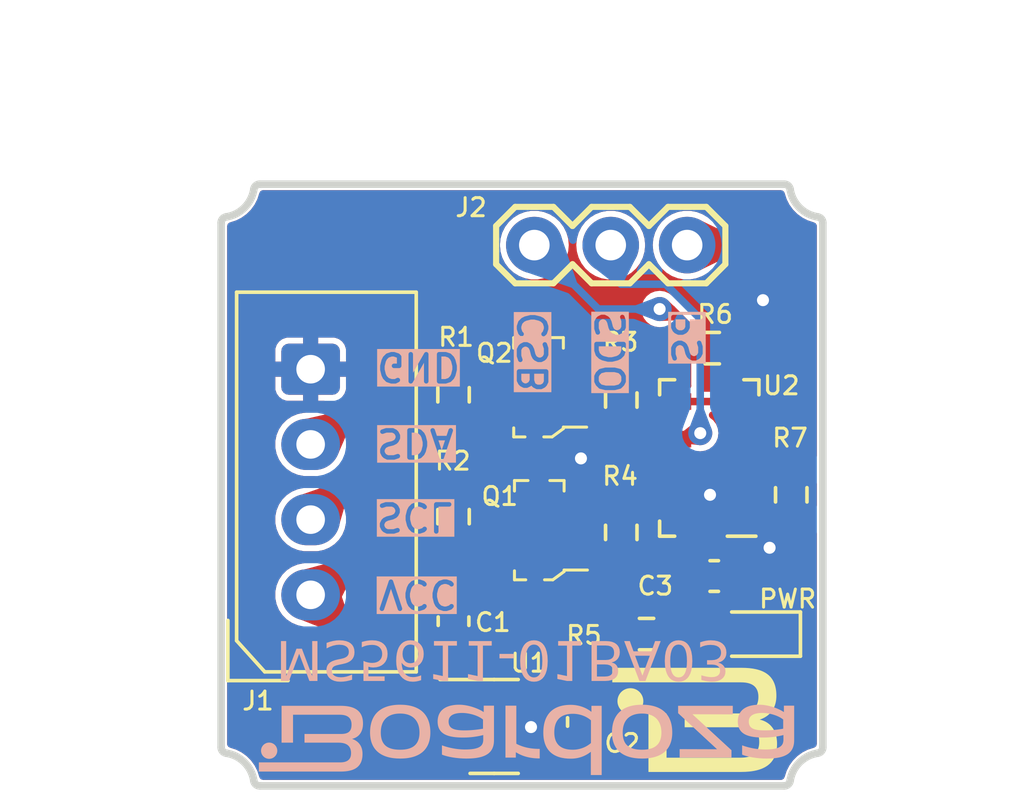
<source format=kicad_pcb>
(kicad_pcb (version 20240108) (generator "pcbnew") (generator_version "8.0")
  (layers (0 "F.Cu" signal) (31 "B.Cu" signal) (34 "B.Paste" user) (35 "F.Paste" user) (36 "B.SilkS" user "B.Silkscreen") (37 "F.SilkS" user "F.Silkscreen") (38 "B.Mask" user) (39 "F.Mask" user) (44 "Edge.Cuts" user))
  (net 0 "")
  (net 1 "+3V3")
  (net 2 "GND")
  (net 3 "VCC")
  (net 4 "SCL")
  (net 5 "SDA")
  (net 6 "PS")
  (net 7 "SDO")
  (net 8 "CSB")
  (net 9 "SCL_3.3")
  (net 10 "SDA_3.3")
  (net 12 "Net-(D1-A)")
  (footprint "Capacitor_SMD:C_0603_1608Metric" (layer "F.Cu") (at 165.175 107.85 90)
    (property "Reference" "C1")
    (property "Value" "1uF" (hide yes))
  )
  (footprint "Resistor_SMD:R_0603_1608Metric" (layer "F.Cu") (at 165.175 104.375 -90)
    (property "Reference" "R2")
    (property "Value" "10K" (hide yes))
  )
  (footprint "Resistor_SMD:R_0603_1608Metric" (layer "F.Cu") (at 171.59 108.28)
    (property "Reference" "R5")
    (property "Value" "10K" (hide yes))
  )
  (footprint "digikey-footprints:SOT-23-3" (layer "F.Cu") (at 168.025 104.825 180)
    (property "Reference" "Q1")
    (property "Value" "2N7002_R1_00001" (hide yes))
  )
  (footprint "Fiducial:Fiducial_0.5mm_Mask1mm" (layer "F.Cu") (at 159.53 111.7)
    (property "Reference" "REF**" (hide yes))
    (property "Value" "Fiducial_0.5mm_Mask1mm" (hide yes))
  )
  (footprint "Resistor_SMD:R_0603_1608Metric" (layer "F.Cu") (at 170.75 104.9 90)
    (property "Reference" "R4")
    (property "Value" "10K" (hide yes))
  )
  (footprint "Capacitor_SMD:C_0603_1608Metric" (layer "F.Cu") (at 169.475 111.2 -90)
    (property "Reference" "C2")
    (property "Value" "1uF" (hide yes))
  )
  (footprint "digikey-footprints:SOT-23-3" (layer "F.Cu") (at 168 100.075 180)
    (property "Reference" "Q2")
    (property "Value" "2N7002_R1_00001" (hide yes))
  )
  (footprint "others:2317-04S_1x04_P2.50mm_Vertical" (layer "F.Cu") (at 160.425 106.975 90)
    (property "Reference" "J1")
    (property "Value" "MOLEX_CONNECTOR_1X4" (hide yes))
  )
  (footprint "Resistor_SMD:R_0603_1608Metric" (layer "F.Cu") (at 165.175 100.325 90)
    (property "Reference" "R1")
    (property "Value" "10K" (hide yes))
  )
  (footprint "Resistor_SMD:R_0603_1608Metric" (layer "F.Cu") (at 170.75 100.5 90)
    (property "Reference" "R3")
    (property "Value" "10K" (hide yes))
  )
  (footprint "Connectors:1X03" (layer "F.Cu") (at 172.94 95.35 180)
    (property "Reference" "J2")
    (property "Value" "CONN_03" (hide yes))
  )
  (footprint "LED_SMD:LED_0603_1608Metric" (layer "F.Cu") (at 175.22 108.28 180)
    (property "Reference" "PWR")
    (property "Value" "LED POWER" (hide yes))
  )
  (footprint "Resistor_SMD:R_0603_1608Metric" (layer "F.Cu") (at 173.775 98.775)
    (property "Reference" "R6")
    (property "Value" "10K" (hide yes))
  )
  (footprint "Resistor_SMD:R_0603_1608Metric" (layer "F.Cu") (at 176.4 103.65 -90)
    (property "Reference" "R7")
    (property "Value" "10K" (hide yes))
  )
  (footprint "Package_TO_SOT_SMD:SOT-23-5" (layer "F.Cu") (at 166.525 111.35)
    (property "Reference" "U1")
    (property "Value" "TLV73333PDBVR" (hide yes))
  )
  (footprint "Package_LGA:LGA-8_3x5mm_P1.25mm" (layer "F.Cu") (at 173.675 102.425 180)
    (property "Reference" "U2")
    (property "Value" "MS5611-01BA" (hide yes))
  )
  (footprint "Capacitor_SMD:C_0603_1608Metric" (layer "F.Cu") (at 173.84 106.35 180)
    (property "Reference" "C3")
    (property "Value" "100nF" (hide yes))
  )
  (footprint "Fiducial:Fiducial_0.5mm_Mask1mm" (layer "F.Cu") (at 175.55 94.38)
    (property "Reference" "REF**" (hide yes))
    (property "Value" "Fiducial_0.5mm_Mask1mm" (hide yes))
  )
  (gr_poly (pts (xy 165.606593 112.416529) (xy 165.723452 112.414243) (xy 165.778585 112.411378) (xy 165.831549 112.407359) (xy 165.882364 112.402179) (xy 165.931053 112.395835) (xy 165.977636 112.388321) (xy 166.022134 112.379632) (xy 166.064568 112.369762) (xy 166.104959 112.358708) (xy 166.143329 112.346463) (xy 166.179698 112.333022) (xy 166.214087 112.318381) (xy 166.246518 112.302535) (xy 166.277012 112.285477) (xy 166.305589 112.267204) (xy 166.332271 112.24771) (xy 166.357079 112.226991) (xy 166.380034 112.20504) (xy 166.401157 112.181853) (xy 166.420469 112.157425) (xy 166.437991 112.13175) (xy 166.453744 112.104824) (xy 166.46775 112.076642) (xy 166.480029 112.047198) (xy 166.490602 112.016488) (xy 166.499491 111.984506) (xy 166.506717 111.951246) (xy 166.5123 111.916706) (xy 166.516261 111.880878) (xy 166.518623 111.843758) (xy 166.519406 111.805341) (xy 166.519406 110.658372) (xy 166.178093 110.658372) (xy 166.178093 110.872686) (xy 166.144843 110.850956) (xy 166.107803 110.829068) (xy 166.067274 110.807239) (xy 166.02356 110.785684) (xy 165.976962 110.764616) (xy 165.927783 110.744252) (xy 165.876325 110.724807) (xy 165.82289 110.706495) (xy 165.767781 110.689532) (xy 165.7113 110.674132) (xy 165.65375 110.660512) (xy 165.595431 110.648886) (xy 165.536648 110.639469) (xy 165.477702 110.632476) (xy 165.418896 110.628122) (xy 165.360531 110.626624) (xy 165.295608 110.628068) (xy 165.230702 110.6326) (xy 165.166389 110.640515) (xy 165.103245 110.65211) (xy 165.07229 110.65938) (xy 165.041844 110.667682) (xy 165.011978 110.677052) (xy 164.982763 110.687527) (xy 164.954273 110.699144) (xy 164.926578 110.711941) (xy 164.899751 110.725954) (xy 164.873863 110.741221) (xy 164.848987 110.757778) (xy 164.825195 110.775664) (xy 164.802557 110.794913) (xy 164.781148 110.815565) (xy 164.761037 110.837656) (xy 164.742298 110.861222) (xy 164.725003 110.886302) (xy 164.709222 110.912932) (xy 164.695028 110.941148) (xy 164.682494 110.970989) (xy 164.67169 111.002491) (xy 164.66269 111.035692) (xy 164.655564 111.070628) (xy 164.650385 111.107336) (xy 164.647225 111.145854) (xy 164.646261 111.182248) (xy 165.01128 111.182248) (xy 165.011733 111.165029) (xy 165.01309 111.148345) (xy 165.015348 111.132197) (xy 165.018505 111.116586) (xy 165.022556 111.101513) (xy 165.0275 111.086979) (xy 165.033334 111.072983) (xy 165.040054 111.059528) (xy 165.047658 111.046613) (xy 165.056142 111.03424) (xy 165.065504 111.022408) (xy 165.075742 111.01112) (xy 165.086851 111.000375) (xy 165.098829 110.990175) (xy 165.111674 110.980519) (xy 165.125382 110.971409) (xy 165.155376 110.95483) (xy 165.188789 110.940442) (xy 165.225597 110.928252) (xy 165.265776 110.918265) (xy 165.309305 110.910488) (xy 165.356158 110.904925) (xy 165.406314 110.901583) (xy 165.459749 110.900468) (xy 165.5057 110.90148) (xy 165.552588 110.904475) (xy 165.600138 110.909389) (xy 165.648078 110.916157) (xy 165.696135 110.924715) (xy 165.744034 110.935001) (xy 165.791503 110.946949) (xy 165.838268 110.960495) (xy 165.884057 110.975577) (xy 165.928596 110.992129) (xy 165.971612 111.010088) (xy 166.012831 111.02939) (xy 166.051981 111.049972) (xy 166.088788 111.071768) (xy 166.122978 111.094715) (xy 166.15428 111.11875) (xy 166.15428 111.424343) (xy 166.092043 111.434706) (xy 166.024738 111.444745) (xy 165.952874 111.454132) (xy 165.876964 111.462542) (xy 165.797519 111.46965) (xy 165.715051 111.47513) (xy 165.630072 111.478657) (xy 165.543093 111.479905) (xy 165.476296 111.479091) (xy 165.414271 111.476556) (xy 165.356956 111.472161) (xy 165.330044 111.469223) (xy 165.304286 111.465766) (xy 165.279673 111.461775) (xy 165.256197 111.457232) (xy 165.23385 111.452119) (xy 165.212625 111.446419) (xy 165.192513 111.440114) (xy 165.173506 111.433187) (xy 165.155596 111.425621) (xy 165.138776 111.417397) (xy 165.123038 111.408499) (xy 165.108372 111.39891) (xy 165.094772 111.388611) (xy 165.082229 111.377586) (xy 165.070736 111.365816) (xy 165.060284 111.353285) (xy 165.050865 111.339975) (xy 165.042472 111.325868) (xy 165.035096 111.310947) (xy 165.02873 111.295195) (xy 165.023365 111.278594) (xy 165.018993 111.261128) (xy 165.015607 111.242777) (xy 165.013198 111.223525) (xy 165.011758 111.203355) (xy 165.01128 111.182248) (xy 164.646261 111.182248) (xy 164.646156 111.186218) (xy 164.647241 111.226503) (xy 164.650463 111.264788) (xy 164.655773 111.301121) (xy 164.663124 111.33555) (xy 164.672466 111.368121) (xy 164.68375 111.398882) (xy 164.696927 111.42788) (xy 164.71195 111.455163) (xy 164.72877 111.480777) (xy 164.747337 111.504769) (xy 164.767603 111.527188) (xy 164.789519 111.54808) (xy 164.813037 111.567492) (xy 164.838109 111.585472) (xy 164.864684 111.602066) (xy 164.892715 111.617323) (xy 164.952949 111.644012) (xy 165.01842 111.665917) (xy 165.088741 111.683415) (xy 165.16352 111.696884) (xy 165.242369 111.706702) (xy 165.324898 111.713247) (xy 165.410717 111.716897) (xy 165.499437 111.71803) (xy 165.59254 111.716402) (xy 165.683922 111.711705) (xy 165.772979 111.704217) (xy 165.859105 111.694218) (xy 165.941697 111.681986) (xy 166.020149 111.667801) (xy 166.093858 111.651942) (xy 166.162218 111.634687) (xy 166.162218 111.789468) (xy 166.16037 111.830402) (xy 166.154684 111.868401) (xy 166.144952 111.903504) (xy 166.138503 111.919983) (xy 166.130964 111.935753) (xy 166.122309 111.95082) (xy 166.112512 111.965189) (xy 166.101546 111.978864) (xy 166.089386 111.991851) (xy 166.076004 112.004155) (xy 166.061376 112.015781) (xy 166.045474 112.026734) (xy 166.028273 112.037019) (xy 165.989868 112.055606) (xy 165.945952 112.071583) (xy 165.896316 112.08499) (xy 165.840749 112.095868) (xy 165.779044 112.104258) (xy 165.71099 112.1102) (xy 165.636378 112.113736) (xy 165.554999 112.114905) (xy 165.502926 112.114218) (xy 165.450951 112.112192) (xy 165.399174 112.108888) (xy 165.347694 112.104363) (xy 165.296609 112.098676) (xy 165.246018 112.091884) (xy 165.19602 112.084045) (xy 165.146714 112.075218) (xy 165.098199 112.065461) (xy 165.050573 112.054831) (xy 165.003935 112.043388) (xy 164.958385 112.031189) (xy 164.91402 112.018293) (xy 164.87094 112.004757) (xy 164.829244 111.990639) (xy 164.78903 111.975999) (xy 164.78903 112.285562) (xy 164.824809 112.299459) (xy 164.863553 112.312839) (xy 164.905064 112.325649) (xy 164.949145 112.337838) (xy 165.044224 112.360138) (xy 165.14721 112.379323) (xy 165.256522 112.394973) (xy 165.370577 112.40667) (xy 165.487794 112.413996) (xy 165.606593 112.41653)) (fill solid) (layer "B.SilkS"))
  (gr_poly (pts (xy 168.039436 112.095061) (xy 167.969788 112.094104) (xy 167.903623 112.09131) (xy 167.840794 112.086794) (xy 167.781158 112.080675) (xy 167.724567 112.073067) (xy 167.670878 112.064087) (xy 167.619944 112.053851) (xy 167.57162 112.042476) (xy 167.525762 112.030077) (xy 167.482223 112.016772) (xy 167.440858 112.002676) (xy 167.401522 111.987905) (xy 167.36407 111.972577) (xy 167.328356 111.956807) (xy 167.294235 111.940711) (xy 167.261561 111.924406) (xy 167.261561 110.658374) (xy 166.900405 110.658374) (xy 166.900405 112.38478) (xy 167.241718 112.38478) (xy 167.245686 112.380812) (xy 167.245686 112.206186) (xy 167.28268 112.228125) (xy 167.320814 112.249238) (xy 167.360203 112.269444) (xy 167.400964 112.288662) (xy 167.443213 112.30681) (xy 167.487067 112.323807) (xy 167.532642 112.339572) (xy 167.580053 112.354022) (xy 167.629419 112.367078) (xy 167.680853 112.378657) (xy 167.734474 112.388677) (xy 167.790397 112.397058) (xy 167.848738 112.403719) (xy 167.909614 112.408577) (xy 167.973141 112.411552) (xy 168.039436 112.412561)) (fill solid) (layer "B.SilkS"))
  (gr_poly (pts (xy 163.461161 112.415637) (xy 163.520467 112.412962) (xy 163.577883 112.408516) (xy 163.633403 112.402307) (xy 163.687026 112.394345) (xy 163.738747 112.38464) (xy 163.788562 112.373202) (xy 163.836469 112.360038) (xy 163.882462 112.34516) (xy 163.92654 112.328576) (xy 163.968697 112.310296) (xy 164.008931 112.290329) (xy 164.047238 112.268685) (xy 164.083614 112.245374) (xy 164.118055 112.220404) (xy 164.150558 112.193785) (xy 164.18112 112.165527) (xy 164.209736 112.135638) (xy 164.236403 112.104129) (xy 164.261117 112.071009) (xy 164.283875 112.036288) (xy 164.304674 111.999974) (xy 164.323508 111.962077) (xy 164.340376 111.922608) (xy 164.355273 111.881574) (xy 164.368195 111.838986) (xy 164.379139 111.794853) (xy 164.388102 111.749184) (xy 164.395079 111.701989) (xy 164.400067 111.653278) (xy 164.403063 111.60306) (xy 164.404062 111.551343) (xy 164.403063 111.496314) (xy 164.400067 111.442854) (xy 164.395079 111.390975) (xy 164.388102 111.34069) (xy 164.379139 111.292009) (xy 164.368195 111.244944) (xy 164.355273 111.199507) (xy 164.340376 111.155709) (xy 164.323508 111.113562) (xy 164.304674 111.073078) (xy 164.283875 111.034269) (xy 164.261117 110.997145) (xy 164.236403 110.961719) (xy 164.209736 110.928002) (xy 164.18112 110.896006) (xy 164.150558 110.865742) (xy 164.118055 110.837223) (xy 164.083614 110.810459) (xy 164.047238 110.785462) (xy 164.008931 110.762245) (xy 163.968697 110.740818) (xy 163.92654 110.721193) (xy 163.882462 110.703382) (xy 163.836469 110.687396) (xy 163.788562 110.673248) (xy 163.738747 110.660948) (xy 163.687026 110.650509) (xy 163.633403 110.641942) (xy 163.577883 110.635258) (xy 163.520467 110.63047) (xy 163.399968 110.626625) (xy 163.338786 110.627599) (xy 163.279513 110.630513) (xy 163.222151 110.635353) (xy 163.166703 110.642105) (xy 163.113171 110.650754) (xy 163.061556 110.661288) (xy 163.011861 110.673693) (xy 162.964088 110.687954) (xy 162.918239 110.704059) (xy 162.874317 110.721992) (xy 162.832324 110.741741) (xy 162.792261 110.763291) (xy 162.754131 110.786628) (xy 162.717937 110.81174) (xy 162.68368 110.838612) (xy 162.651363 110.86723) (xy 162.620987 110.89758) (xy 162.592555 110.929649) (xy 162.56607 110.963423) (xy 162.541532 110.998888) (xy 162.518945 111.036031) (xy 162.498311 111.074836) (xy 162.479631 111.115291) (xy 162.462909 111.157382) (xy 162.448146 111.201096) (xy 162.435344 111.246417) (xy 162.424505 111.293332) (xy 162.415633 111.341829) (xy 162.408728 111.391892) (xy 162.403793 111.443508) (xy 162.400831 111.496663) (xy 162.399843 111.551343) (xy 162.75703 111.551343) (xy 162.757681 111.513917) (xy 162.759629 111.477545) (xy 162.762871 111.442238) (xy 162.767402 111.408003) (xy 162.773218 111.374849) (xy 162.780314 111.342786) (xy 162.788686 111.311821) (xy 162.79833 111.281964) (xy 162.809242 111.253223) (xy 162.821416 111.225607) (xy 162.834849 111.199125) (xy 162.849536 111.173785) (xy 162.865474 111.149596) (xy 162.882657 111.126566) (xy 162.901081 111.104706) (xy 162.920742 111.084023) (xy 162.941635 111.064525) (xy 162.963756 111.046223) (xy 162.987102 111.029123) (xy 163.011666 111.013236) (xy 163.037446 110.99857) (xy 163.064436 110.985133) (xy 163.092633 110.972935) (xy 163.122032 110.961984) (xy 163.152628 110.952288) (xy 163.184417 110.943857) (xy 163.217396 110.936699) (xy 163.251559 110.930823) (xy 163.286902 110.926237) (xy 163.32342 110.922951) (xy 163.361111 110.920973) (xy 163.399968 110.920312) (xy 163.438825 110.921018) (xy 163.476516 110.923126) (xy 163.513035 110.926617) (xy 163.548378 110.931474) (xy 163.582541 110.93768) (xy 163.615519 110.945217) (xy 163.647309 110.954068) (xy 163.677905 110.964216) (xy 163.707304 110.975643) (xy 163.7355 110.988331) (xy 163.762491 111.002263) (xy 163.788271 111.017422) (xy 163.812835 111.03379) (xy 163.83618 111.05135) (xy 163.858302 111.070084) (xy 163.879195 111.089975) (xy 163.898856 111.111006) (xy 163.91728 111.133159) (xy 163.934463 111.156416) (xy 163.9504 111.180761) (xy 163.965088 111.206175) (xy 163.978521 111.232641) (xy 163.990695 111.260142) (xy 164.001607 111.288661) (xy 164.011251 111.31818) (xy 164.019623 111.348681) (xy 164.026719 111.380147) (xy 164.032535 111.412561) (xy 164.037066 111.445905) (xy 164.040308 111.480161) (xy 164.042256 111.515313) (xy 164.042906 111.551343) (xy 164.042278 111.587202) (xy 164.040395 111.621856) (xy 164.037256 111.65531) (xy 164.03286 111.687568) (xy 164.02721 111.718633) (xy 164.020303 111.748511) (xy 164.012141 111.777207) (xy 164.002723 111.804723) (xy 163.992049 111.831065) (xy 163.980119 111.856237) (xy 163.966934 111.880244) (xy 163.952493 111.903089) (xy 163.936796 111.924777) (xy 163.919844 111.945313) (xy 163.901635 111.964701) (xy 163.882171 111.982945) (xy 163.861452 112.000049) (xy 163.839476 112.016018) (xy 163.816245 112.030857) (xy 163.791758 112.044569) (xy 163.766016 112.057159) (xy 163.739017 112.068631) (xy 163.710763 112.07899) (xy 163.681253 112.08824) (xy 163.650488 112.096386) (xy 163.618466 112.103431) (xy 163.550656 112.114239) (xy 163.477824 112.120697) (xy 163.399968 112.122843) (xy 163.322112 112.120872) (xy 163.24928 112.11489) (xy 163.214747 112.110362) (xy 163.18147 112.104791) (xy 163.149448 112.098166) (xy 163.118683 112.090473) (xy 163.089173 112.081698) (xy 163.060919 112.071828) (xy 163.033921 112.060852) (xy 163.008178 112.048754) (xy 162.983691 112.035523) (xy 162.96046 112.021145) (xy 162.938484 112.005608) (xy 162.917765 111.988897) (xy 162.898301 111.971001) (xy 162.880093 111.951906) (xy 162.86314 111.931598) (xy 162.847443 111.910065) (xy 162.833002 111.887294) (xy 162.819817 111.863272) (xy 162.807888 111.837985) (xy 162.797214 111.81142) (xy 162.787796 111.783565) (xy 162.779634 111.754406) (xy 162.772727 111.723931) (xy 162.767076 111.692125) (xy 162.762681 111.658977) (xy 162.759542 111.624472) (xy 162.757658 111.588599) (xy 162.75703 111.551343) (xy 162.399843 111.551343) (xy 162.400842 111.60271) (xy 162.403837 111.652624) (xy 162.408823 111.701072) (xy 162.415796 111.748044) (xy 162.424751 111.793528) (xy 162.435684 111.837512) (xy 162.448591 111.879984) (xy 162.463467 111.920933) (xy 162.480308 111.960347) (xy 162.49911 111.998215) (xy 162.519869 112.034525) (xy 162.542579 112.069265) (xy 162.567236 112.102424) (xy 162.593837 112.133989) (xy 162.622377 112.163951) (xy 162.652851 112.192296) (xy 162.685255 112.219013) (xy 162.719585 112.244091) (xy 162.755837 112.267518) (xy 162.794005 112.289282) (xy 162.834086 112.309372) (xy 162.876076 112.327776) (xy 162.919969 112.344482) (xy 162.965762 112.359479) (xy 163.01345 112.372756) (xy 163.063029 112.3843) (xy 163.114495 112.394099) (xy 163.167843 112.402144) (xy 163.280167 112.412918) (xy 163.399968 112.41653) (xy 163.399968 112.416531)) (fill solid) (layer "B.SilkS"))
  (gr_poly (pts (xy 161.502976 112.847325) (xy 161.581978 112.841792) (xy 161.656434 112.832329) (xy 161.726209 112.818739) (xy 161.791171 112.800824) (xy 161.821806 112.790182) (xy 161.851186 112.778385) (xy 161.879296 112.765408) (xy 161.90612 112.751226) (xy 161.931639 112.735814) (xy 161.955839 112.719148) (xy 161.978701 112.701203) (xy 162.000209 112.681955) (xy 162.020347 112.661378) (xy 162.039097 112.639448) (xy 162.056443 112.61614) (xy 162.072369 112.59143) (xy 162.086858 112.565292) (xy 162.099892 112.537702) (xy 162.111455 112.508636) (xy 162.121531 112.478068) (xy 162.130102 112.445975) (xy 162.137153 112.41233) (xy 162.142666 112.37711) (xy 162.146624 112.34029) (xy 162.149012 112.301845) (xy 162.149811 112.26175) (xy 162.14935 112.235355) (xy 162.147982 112.209742) (xy 162.14573 112.184902) (xy 162.142618 112.160826) (xy 162.138668 112.137507) (xy 162.133905 112.114934) (xy 162.128351 112.093099) (xy 162.12203 112.071995) (xy 162.114964 112.051611) (xy 162.107178 112.031939) (xy 162.098694 112.012971) (xy 162.089536 111.994697) (xy 162.079726 111.977109) (xy 162.069289 111.960199) (xy 162.046624 111.928375) (xy 162.021726 111.899156) (xy 161.994782 111.872472) (xy 161.965978 111.848252) (xy 161.935499 111.826428) (xy 161.903532 111.806929) (xy 161.870263 111.789686) (xy 161.835877 111.774628) (xy 161.800562 111.761687) (xy 161.819766 111.757234) (xy 161.838672 111.752058) (xy 161.857257 111.746158) (xy 161.875503 111.739533) (xy 161.893388 111.732182) (xy 161.910892 111.724102) (xy 161.927995 111.715293) (xy 161.944677 111.705753) (xy 161.960916 111.69548) (xy 161.976694 111.684473) (xy 161.991989 111.672731) (xy 162.006781 111.660251) (xy 162.02105 111.647034) (xy 162.034776 111.633077) (xy 162.047937 111.618378) (xy 162.060514 111.602937) (xy 162.072487 111.586752) (xy 162.083835 111.569821) (xy 162.094537 111.552143) (xy 162.104574 111.533716) (xy 162.113924 111.51454) (xy 162.122569 111.494612) (xy 162.130486 111.473932) (xy 162.137657 111.452497) (xy 162.14406 111.430306) (xy 162.149676 111.407358) (xy 162.154483 111.383651) (xy 162.158462 111.359184) (xy 162.161592 111.333956) (xy 162.163853 111.307965) (xy 162.165225 111.281209) (xy 162.165686 111.253687) (xy 162.16492 111.215327) (xy 162.162624 111.178372) (xy 162.158806 111.142812) (xy 162.15347 111.108633) (xy 162.146622 111.075824) (xy 162.138269 111.044371) (xy 162.128416 111.014262) (xy 162.117069 110.985486) (xy 162.104234 110.958029) (xy 162.089916 110.93188) (xy 162.074121 110.907025) (xy 162.056856 110.883453) (xy 162.038125 110.861152) (xy 162.017936 110.840108) (xy 161.996293 110.82031) (xy 161.973202 110.801745) (xy 161.948669 110.784401) (xy 161.922701 110.768266) (xy 161.895303 110.753326) (xy 161.86648 110.739571) (xy 161.836238 110.726987) (xy 161.804584 110.715562) (xy 161.771523 110.705284) (xy 161.737061 110.69614) (xy 161.701204 110.688118) (xy 161.663957 110.681206) (xy 161.625327 110.675391) (xy 161.585319 110.670661) (xy 161.501192 110.664406) (xy 161.411624 110.662343) (xy 159.459 110.662343) (xy 159.459 111.888687) (xy 159.84 111.888687) (xy 159.84 110.96) (xy 161.391781 110.96) (xy 161.438051 110.96117) (xy 161.481589 110.964713) (xy 161.52236 110.970674) (xy 161.560328 110.9791) (xy 161.578251 110.984251) (xy 161.59546 110.990037) (xy 161.611951 110.996462) (xy 161.62772 111.003532) (xy 161.642762 111.011254) (xy 161.657073 111.019632) (xy 161.670648 111.028673) (xy 161.683484 111.038383) (xy 161.695575 111.048767) (xy 161.706918 111.059831) (xy 161.717508 111.071581) (xy 161.727341 111.084024) (xy 161.736413 111.097163) (xy 161.744718 111.111006) (xy 161.752253 111.125559) (xy 161.759014 111.140826) (xy 161.764995 111.156815) (xy 161.770193 111.17353) (xy 161.774604 111.190977) (xy 161.778222 111.209163) (xy 161.781044 111.228093) (xy 161.783065 111.247773) (xy 161.78428 111.268209) (xy 161.784687 111.289407) (xy 161.784338 111.310547) (xy 161.783292 111.330817) (xy 161.781551 111.350229) (xy 161.779113 111.368797) (xy 161.775981 111.386533) (xy 161.772155 111.403452) (xy 161.767636 111.419565) (xy 161.762424 111.434886) (xy 161.756521 111.449428) (xy 161.749926 111.463204) (xy 161.742641 111.476227) (xy 161.734666 111.48851) (xy 161.726003 111.500067) (xy 161.716651 111.51091) (xy 161.706612 111.521053) (xy 161.695886 111.530508) (xy 161.684474 111.539289) (xy 161.672377 111.547408) (xy 161.659595 111.554879) (xy 161.646129 111.561715) (xy 161.63198 111.56793) (xy 161.617149 111.573535) (xy 161.601637 111.578544) (xy 161.585443 111.58297) (xy 161.568569 111.586827) (xy 161.551016 111.590127) (xy 161.513874 111.595109) (xy 161.474023 111.598022) (xy 161.431468 111.598969) (xy 160.220999 111.598969) (xy 160.220999 111.888687) (xy 161.36003 111.888687) (xy 161.405171 111.889863) (xy 161.448242 111.893439) (xy 161.489127 111.899492) (xy 161.52771 111.908097) (xy 161.546102 111.91338) (xy 161.563874 111.91933) (xy 161.581013 111.925955) (xy 161.597504 111.933266) (xy 161.613332 111.941271) (xy 161.628483 111.949981) (xy 161.642942 111.959404) (xy 161.656694 111.969551) (xy 161.669726 111.980429) (xy 161.682022 111.99205) (xy 161.693569 112.004422) (xy 161.70435 112.017555) (xy 161.714353 112.031459) (xy 161.723562 112.046142) (xy 161.731963 112.061614) (xy 161.739542 112.077885) (xy 161.746283 112.094964) (xy 161.752173 112.112861) (xy 161.757196 112.131584) (xy 161.761339 112.151144) (xy 161.764586 112.17155) (xy 161.766924 112.192811) (xy 161.768337 112.214937) (xy 161.768812 112.237937) (xy 161.768429 112.25767) (xy 161.767284 112.276687) (xy 161.765381 112.294995) (xy 161.762727 112.3126) (xy 161.759325 112.329506) (xy 161.755182 112.345722) (xy 161.750301 112.361251) (xy 161.744689 112.3761) (xy 161.73835 112.390274) (xy 161.73129 112.40378) (xy 161.723513 112.416623) (xy 161.715024 112.42881) (xy 161.705829 112.440345) (xy 161.695933 112.451235) (xy 161.685341 112.461485) (xy 161.674058 112.471101) (xy 161.662088 112.48009) (xy 161.649438 112.488457) (xy 161.636112 112.496207) (xy 161.622115 112.503348) (xy 161.607453 112.509883) (xy 161.592129 112.51582) (xy 161.576151 112.521163) (xy 161.559522 112.52592) (xy 161.542248 112.530095) (xy 161.524333 112.533694) (xy 161.505784 112.536724) (xy 161.486604 112.53919) (xy 161.446375 112.542454) (xy 161.403686 112.543531) (xy 158.704937 112.543531) (xy 158.704937 112.849125) (xy 161.419561 112.849125)) (fill solid) (layer "B.SilkS"))
  (gr_poly (pts (xy 175.58403 112.416529) (xy 175.700889 112.414243) (xy 175.756022 112.411378) (xy 175.808986 112.407359) (xy 175.859801 112.402179) (xy 175.90849 112.395835) (xy 175.955073 112.388321) (xy 175.999571 112.379632) (xy 176.042005 112.369762) (xy 176.082396 112.358708) (xy 176.120766 112.346463) (xy 176.157135 112.333022) (xy 176.191524 112.318381) (xy 176.223955 112.302535) (xy 176.254449 112.285477) (xy 176.283026 112.267204) (xy 176.309708 112.24771) (xy 176.334516 112.226991) (xy 176.357471 112.20504) (xy 176.378594 112.181853) (xy 176.397906 112.157425) (xy 176.415428 112.13175) (xy 176.431181 112.104824) (xy 176.445187 112.076642) (xy 176.457466 112.047198) (xy 176.468039 112.016488) (xy 176.476928 111.984506) (xy 176.484154 111.951246) (xy 176.489737 111.916706) (xy 176.493699 111.880878) (xy 176.49606 111.843758) (xy 176.496843 111.805341) (xy 176.496843 110.658372) (xy 176.15553 110.658372) (xy 176.15553 110.872686) (xy 176.12228 110.850956) (xy 176.085239 110.829068) (xy 176.04471 110.807239) (xy 176.000996 110.785684) (xy 175.954398 110.764616) (xy 175.905219 110.744252) (xy 175.853761 110.724807) (xy 175.800326 110.706495) (xy 175.745217 110.689532) (xy 175.688736 110.674132) (xy 175.631185 110.660512) (xy 175.572867 110.648886) (xy 175.514084 110.639469) (xy 175.455138 110.632476) (xy 175.396331 110.628122) (xy 175.337967 110.626624) (xy 175.273043 110.628068) (xy 175.208138 110.6326) (xy 175.143825 110.640515) (xy 175.08068 110.65211) (xy 175.049726 110.65938) (xy 175.01928 110.667682) (xy 174.989414 110.677052) (xy 174.960199 110.687527) (xy 174.931709 110.699144) (xy 174.904014 110.711941) (xy 174.877187 110.725954) (xy 174.851299 110.741221) (xy 174.826423 110.757778) (xy 174.802631 110.775664) (xy 174.779994 110.794913) (xy 174.758584 110.815565) (xy 174.738474 110.837656) (xy 174.719735 110.861222) (xy 174.702439 110.886302) (xy 174.686658 110.912932) (xy 174.672465 110.941148) (xy 174.65993 110.970989) (xy 174.649127 111.002491) (xy 174.640126 111.035692) (xy 174.633 111.070628) (xy 174.627822 111.107336) (xy 174.624662 111.145854) (xy 174.623697 111.182248) (xy 174.988717 111.182248) (xy 174.98917 111.165029) (xy 174.990527 111.148345) (xy 174.992785 111.132197) (xy 174.995942 111.116586) (xy 174.999993 111.101513) (xy 175.004937 111.086979) (xy 175.010771 111.072983) (xy 175.017491 111.059528) (xy 175.025095 111.046613) (xy 175.033579 111.03424) (xy 175.042941 111.022408) (xy 175.053179 111.01112) (xy 175.064288 111.000375) (xy 175.076266 110.990175) (xy 175.089111 110.980519) (xy 175.102819 110.971409) (xy 175.132813 110.95483) (xy 175.166226 110.940442) (xy 175.203034 110.928252) (xy 175.243214 110.918265) (xy 175.286742 110.910488) (xy 175.333596 110.904925) (xy 175.383752 110.901583) (xy 175.437187 110.900468) (xy 175.483139 110.90148) (xy 175.530026 110.904475) (xy 175.577577 110.909389) (xy 175.625517 110.916157) (xy 175.673573 110.924715) (xy 175.721472 110.935001) (xy 175.768941 110.946949) (xy 175.815707 110.960495) (xy 175.861495 110.975577) (xy 175.906034 110.992129) (xy 175.94905 111.010088) (xy 175.99027 111.02939) (xy 176.02942 111.049972) (xy 176.066227 111.071768) (xy 176.100417 111.094715) (xy 176.131719 111.11875) (xy 176.131719 111.424343) (xy 176.069482 111.434706) (xy 176.002176 111.444745) (xy 175.930312 111.454132) (xy 175.854401 111.462542) (xy 175.774957 111.46965) (xy 175.692489 111.47513) (xy 175.607509 111.478657) (xy 175.52053 111.479905) (xy 175.453733 111.479091) (xy 175.391709 111.476556) (xy 175.334393 111.472161) (xy 175.307482 111.469223) (xy 175.281723 111.465766) (xy 175.25711 111.461775) (xy 175.233634 111.457232) (xy 175.211287 111.452119) (xy 175.190062 111.446419) (xy 175.16995 111.440114) (xy 175.150943 111.433187) (xy 175.133034 111.425621) (xy 175.116214 111.417397) (xy 175.100475 111.408499) (xy 175.08581 111.39891) (xy 175.072209 111.388611) (xy 175.059667 111.377586) (xy 175.048173 111.365816) (xy 175.037721 111.353285) (xy 175.028303 111.339975) (xy 175.019909 111.325868) (xy 175.012533 111.310947) (xy 175.006167 111.295195) (xy 175.000802 111.278594) (xy 174.99643 111.261128) (xy 174.993044 111.242777) (xy 174.990635 111.223525) (xy 174.989195 111.203355) (xy 174.988717 111.182248) (xy 174.623697 111.182248) (xy 174.623592 111.186218) (xy 174.624677 111.226503) (xy 174.627899 111.264788) (xy 174.63321 111.301121) (xy 174.64056 111.33555) (xy 174.649902 111.368121) (xy 174.661186 111.398882) (xy 174.674364 111.42788) (xy 174.689387 111.455163) (xy 174.706206 111.480777) (xy 174.724773 111.504769) (xy 174.745039 111.527188) (xy 174.766956 111.54808) (xy 174.790474 111.567492) (xy 174.815545 111.585472) (xy 174.84212 111.602066) (xy 174.870151 111.617323) (xy 174.930385 111.644012) (xy 174.995857 111.665917) (xy 175.066177 111.683415) (xy 175.140956 111.696884) (xy 175.219805 111.706702) (xy 175.302334 111.713247) (xy 175.388153 111.716897) (xy 175.476874 111.71803) (xy 175.569976 111.716402) (xy 175.661358 111.711705) (xy 175.750415 111.704217) (xy 175.836541 111.694218) (xy 175.919133 111.681986) (xy 175.997586 111.667801) (xy 176.071294 111.651942) (xy 176.139654 111.634687) (xy 176.139654 111.789468) (xy 176.137805 111.830402) (xy 176.13212 111.868401) (xy 176.122388 111.903504) (xy 176.115939 111.919983) (xy 176.1084 111.935753) (xy 176.099745 111.95082) (xy 176.089948 111.965189) (xy 176.078982 111.978864) (xy 176.066822 111.991851) (xy 176.05344 112.004155) (xy 176.038812 112.015781) (xy 176.02291 112.026734) (xy 176.005709 112.037019) (xy 175.967305 112.055606) (xy 175.923389 112.071583) (xy 175.873753 112.08499) (xy 175.818186 112.095868) (xy 175.756481 112.104258) (xy 175.688427 112.1102) (xy 175.613815 112.113736) (xy 175.532436 112.114905) (xy 175.480363 112.114218) (xy 175.428388 112.112192) (xy 175.376611 112.108888) (xy 175.325131 112.104363) (xy 175.274046 112.098676) (xy 175.223455 112.091884) (xy 175.173457 112.084045) (xy 175.124151 112.075218) (xy 175.075636 112.065461) (xy 175.02801 112.054831) (xy 174.981372 112.043388) (xy 174.935821 112.031189) (xy 174.891457 112.018293) (xy 174.848377 112.004757) (xy 174.806681 111.990639) (xy 174.766467 111.975999) (xy 174.766467 112.285562) (xy 174.802246 112.299459) (xy 174.84099 112.312839) (xy 174.882501 112.325649) (xy 174.926582 112.337838) (xy 175.021662 112.360138) (xy 175.124648 112.379323) (xy 175.233959 112.394973) (xy 175.348014 112.40667) (xy 175.465232 112.413996) (xy 175.58403 112.41653)) (fill solid) (layer "B.SilkS"))
  (gr_poly (pts (xy 174.413248 112.138718) (xy 173.115467 110.944124) (xy 174.456905 110.948094) (xy 174.456905 110.662343) (xy 172.639217 110.662343) (xy 172.639217 110.908406) (xy 173.93303 112.106968) (xy 172.690811 112.102999) (xy 172.690811 112.38478) (xy 174.413248 112.38478)) (fill solid) (layer "B.SilkS"))
  (gr_poly (pts (xy 159.032345 112.424951) (xy 159.018639 112.423909) (xy 159.005133 112.422192) (xy 158.991843 112.419819) (xy 158.978787 112.416806) (xy 158.96598 112.413169) (xy 158.95344 112.408926) (xy 158.941185 112.404094) (xy 158.92923 112.398689) (xy 158.917594 112.392729) (xy 158.906292 112.386231) (xy 158.895343 112.379211) (xy 158.884762 112.371687) (xy 158.874567 112.363676) (xy 158.864774 112.355193) (xy 158.855402 112.346257) (xy 158.846466 112.336885) (xy 158.837984 112.327092) (xy 158.829972 112.316897) (xy 158.822448 112.306316) (xy 158.815428 112.295367) (xy 158.80893 112.284065) (xy 158.80297 112.272429) (xy 158.797565 112.260474) (xy 158.792733 112.248219) (xy 158.78849 112.235679) (xy 158.784854 112.222873) (xy 158.78184 112.209816) (xy 158.779467 112.196526) (xy 158.777751 112.18302) (xy 158.776708 112.169314) (xy 158.776357 112.155427) (xy 158.776708 112.141539) (xy 158.777751 112.127834) (xy 158.779467 112.114328) (xy 158.78184 112.101038) (xy 158.784854 112.087981) (xy 158.78849 112.075174) (xy 158.792733 112.062635) (xy 158.797565 112.05038) (xy 158.80297 112.038425) (xy 158.80893 112.026789) (xy 158.815428 112.015487) (xy 158.822448 112.004537) (xy 158.829972 111.993957) (xy 158.837984 111.983762) (xy 158.846466 111.973969) (xy 158.855402 111.964597) (xy 158.864774 111.955661) (xy 158.874567 111.947178) (xy 158.884762 111.939167) (xy 158.895343 111.931643) (xy 158.906292 111.924623) (xy 158.917594 111.918125) (xy 158.92923 111.912165) (xy 158.941185 111.90676) (xy 158.95344 111.901928) (xy 158.96598 111.897685) (xy 158.978787 111.894049) (xy 158.991843 111.891035) (xy 159.005133 111.888662) (xy 159.018639 111.886945) (xy 159.032345 111.885903) (xy 159.046233 111.885552) (xy 159.06012 111.885903) (xy 159.073826 111.886945) (xy 159.087332 111.888662) (xy 159.100622 111.891035) (xy 159.113679 111.894049) (xy 159.126485 111.897685) (xy 159.139025 111.901928) (xy 159.15128 111.90676) (xy 159.163235 111.912165) (xy 159.174871 111.918125) (xy 159.186173 111.924623) (xy 159.197122 111.931643) (xy 159.207703 111.939167) (xy 159.217898 111.947178) (xy 159.22769 111.955661) (xy 159.237063 111.964597) (xy 159.245999 111.973969) (xy 159.254481 111.983762) (xy 159.262493 111.993957) (xy 159.270017 112.004537) (xy 159.277037 112.015487) (xy 159.283535 112.026789) (xy 159.289495 112.038425) (xy 159.294899 112.05038) (xy 159.299732 112.062635) (xy 159.303975 112.075174) (xy 159.307611 112.087981) (xy 159.310625 112.101038) (xy 159.312998 112.114328) (xy 159.314714 112.127834) (xy 159.315756 112.141539) (xy 159.316108 112.155427) (xy 159.315756 112.169314) (xy 159.314714 112.18302) (xy 159.312998 112.196526) (xy 159.310625 112.209816) (xy 159.307611 112.222873) (xy 159.303975 112.235679) (xy 159.299732 112.248219) (xy 159.294899 112.260474) (xy 159.289495 112.272429) (xy 159.283535 112.284065) (xy 159.277037 112.295367) (xy 159.270017 112.306316) (xy 159.262493 112.316897) (xy 159.254481 112.327092) (xy 159.245999 112.336885) (xy 159.237063 112.346257) (xy 159.22769 112.355193) (xy 159.217898 112.363676) (xy 159.207703 112.371687) (xy 159.197122 112.379211) (xy 159.186173 112.386231) (xy 159.174871 112.392729) (xy 159.163235 112.398689) (xy 159.15128 112.404094) (xy 159.139025 112.408926) (xy 159.126485 112.413169) (xy 159.113679 112.416806) (xy 159.100622 112.419819) (xy 159.087332 112.422192) (xy 159.073826 112.423909) (xy 159.06012 112.424951) (xy 159.046233 112.425302)) (fill solid) (layer "B.SilkS"))
  (gr_poly (pts (xy 171.501847 112.415637) (xy 171.561154 112.412962) (xy 171.618569 112.408516) (xy 171.67409 112.402307) (xy 171.727712 112.394345) (xy 171.779433 112.38464) (xy 171.829248 112.373202) (xy 171.877155 112.360038) (xy 171.923148 112.34516) (xy 171.967226 112.328576) (xy 172.009383 112.310296) (xy 172.049617 112.290329) (xy 172.087924 112.268685) (xy 172.124299 112.245374) (xy 172.158741 112.220404) (xy 172.191244 112.193785) (xy 172.221805 112.165527) (xy 172.250421 112.135638) (xy 172.277088 112.104129) (xy 172.301803 112.071009) (xy 172.324561 112.036288) (xy 172.345359 111.999974) (xy 172.364194 111.962077) (xy 172.381061 111.922608) (xy 172.395958 111.881574) (xy 172.40888 111.838986) (xy 172.419825 111.794853) (xy 172.428787 111.749184) (xy 172.435764 111.701989) (xy 172.440752 111.653278) (xy 172.443748 111.60306) (xy 172.444747 111.551343) (xy 172.443748 111.496314) (xy 172.440752 111.442854) (xy 172.435764 111.390975) (xy 172.428787 111.34069) (xy 172.419825 111.292009) (xy 172.40888 111.244944) (xy 172.395958 111.199507) (xy 172.381062 111.155709) (xy 172.364194 111.113562) (xy 172.345359 111.073078) (xy 172.324561 111.034269) (xy 172.301803 110.997145) (xy 172.277089 110.961719) (xy 172.250422 110.928002) (xy 172.221806 110.896006) (xy 172.191244 110.865742) (xy 172.158741 110.837223) (xy 172.1243 110.810459) (xy 172.087924 110.785462) (xy 172.049618 110.762245) (xy 172.009384 110.740818) (xy 171.967226 110.721193) (xy 171.923149 110.703382) (xy 171.877155 110.687396) (xy 171.829249 110.673248) (xy 171.779433 110.660948) (xy 171.727713 110.650509) (xy 171.67409 110.641942) (xy 171.618569 110.635258) (xy 171.561154 110.63047) (xy 171.440654 110.626625) (xy 171.379472 110.627599) (xy 171.320199 110.630513) (xy 171.262837 110.635353) (xy 171.207389 110.642105) (xy 171.153856 110.650754) (xy 171.102241 110.661288) (xy 171.052546 110.673693) (xy 171.004774 110.687954) (xy 170.958925 110.704059) (xy 170.915003 110.721992) (xy 170.873009 110.741741) (xy 170.832947 110.763291) (xy 170.794817 110.786628) (xy 170.758623 110.81174) (xy 170.724366 110.838612) (xy 170.692048 110.86723) (xy 170.661673 110.89758) (xy 170.633241 110.929649) (xy 170.606755 110.963423) (xy 170.582218 110.998888) (xy 170.559631 111.036031) (xy 170.538997 111.074836) (xy 170.520317 111.115291) (xy 170.503595 111.157382) (xy 170.488832 111.201096) (xy 170.47603 111.246417) (xy 170.465192 111.293332) (xy 170.456319 111.341829) (xy 170.449414 111.391892) (xy 170.44448 111.443508) (xy 170.441517 111.496663) (xy 170.440529 111.551343) (xy 170.797718 111.551343) (xy 170.798368 111.513917) (xy 170.800317 111.477545) (xy 170.803558 111.442238) (xy 170.808089 111.408003) (xy 170.813905 111.374849) (xy 170.821001 111.342786) (xy 170.829373 111.311821) (xy 170.839017 111.281964) (xy 170.849929 111.253223) (xy 170.862103 111.225607) (xy 170.875536 111.199125) (xy 170.890223 111.173785) (xy 170.906161 111.149596) (xy 170.923343 111.126566) (xy 170.941767 111.104706) (xy 170.961428 111.084023) (xy 170.982321 111.064525) (xy 171.004443 111.046223) (xy 171.027788 111.029123) (xy 171.052353 111.013236) (xy 171.078132 110.99857) (xy 171.105122 110.985133) (xy 171.133319 110.972935) (xy 171.162718 110.961984) (xy 171.193314 110.952288) (xy 171.225103 110.943857) (xy 171.258082 110.936699) (xy 171.292245 110.930823) (xy 171.327588 110.926237) (xy 171.364106 110.922951) (xy 171.401797 110.920973) (xy 171.440654 110.920312) (xy 171.479511 110.921018) (xy 171.517202 110.923126) (xy 171.553721 110.926617) (xy 171.589064 110.931474) (xy 171.623227 110.93768) (xy 171.656205 110.945217) (xy 171.687994 110.954068) (xy 171.718591 110.964216) (xy 171.747989 110.975643) (xy 171.776186 110.988331) (xy 171.803176 111.002263) (xy 171.828956 111.017422) (xy 171.853521 111.03379) (xy 171.876866 111.05135) (xy 171.898987 111.070084) (xy 171.919881 111.089975) (xy 171.939542 111.111006) (xy 171.957966 111.133159) (xy 171.975149 111.156416) (xy 171.991086 111.180761) (xy 172.005773 111.206175) (xy 172.019206 111.232641) (xy 172.031381 111.260142) (xy 172.042292 111.288661) (xy 172.051936 111.31818) (xy 172.060308 111.348681) (xy 172.067405 111.380147) (xy 172.07322 111.412561) (xy 172.077751 111.445905) (xy 172.080993 111.480161) (xy 172.082941 111.515313) (xy 172.083592 111.551343) (xy 172.082964 111.587202) (xy 172.08108 111.621856) (xy 172.077941 111.65531) (xy 172.073546 111.687568) (xy 172.067895 111.718633) (xy 172.060988 111.748511) (xy 172.052826 111.777207) (xy 172.043408 111.804723) (xy 172.032734 111.831065) (xy 172.020805 111.856237) (xy 172.007619 111.880244) (xy 171.993178 111.903089) (xy 171.977482 111.924777) (xy 171.960529 111.945313) (xy 171.942321 111.964701) (xy 171.922857 111.982945) (xy 171.902137 112.000049) (xy 171.880162 112.016018) (xy 171.856931 112.030857) (xy 171.832444 112.044569) (xy 171.806701 112.057159) (xy 171.779703 112.068631) (xy 171.751449 112.07899) (xy 171.721939 112.08824) (xy 171.691173 112.096386) (xy 171.659152 112.103431) (xy 171.591342 112.114239) (xy 171.51851 112.120697) (xy 171.440654 112.122843) (xy 171.362799 112.120872) (xy 171.289966 112.11489) (xy 171.255433 112.110362) (xy 171.222156 112.104791) (xy 171.190135 112.098166) (xy 171.15937 112.090473) (xy 171.12986 112.081698) (xy 171.101606 112.071828) (xy 171.074607 112.060852) (xy 171.048865 112.048754) (xy 171.024378 112.035523) (xy 171.001147 112.021145) (xy 170.979172 112.005608) (xy 170.958452 111.988897) (xy 170.938988 111.971001) (xy 170.92078 111.951906) (xy 170.903827 111.931598) (xy 170.888131 111.910065) (xy 170.87369 111.887294) (xy 170.860505 111.863272) (xy 170.848575 111.837985) (xy 170.837901 111.81142) (xy 170.828483 111.783565) (xy 170.820321 111.754406) (xy 170.813415 111.723931) (xy 170.807764 111.692125) (xy 170.803369 111.658977) (xy 170.800229 111.624472) (xy 170.798346 111.588599) (xy 170.797718 111.551343) (xy 170.440529 111.551343) (xy 170.441528 111.60271) (xy 170.444523 111.652624) (xy 170.449509 111.701072) (xy 170.456482 111.748044) (xy 170.465437 111.793528) (xy 170.47637 111.837512) (xy 170.489277 111.879984) (xy 170.504153 111.920933) (xy 170.520995 111.960347) (xy 170.539796 111.998215) (xy 170.560555 112.034525) (xy 170.583265 112.069265) (xy 170.607922 112.102424) (xy 170.634523 112.133989) (xy 170.663063 112.163951) (xy 170.693537 112.192296) (xy 170.725941 112.219013) (xy 170.760271 112.244091) (xy 170.796523 112.267518) (xy 170.834691 112.289282) (xy 170.874772 112.309372) (xy 170.916762 112.327776) (xy 170.960655 112.344482) (xy 171.006448 112.359479) (xy 171.054136 112.372756) (xy 171.103716 112.3843) (xy 171.155181 112.394099) (xy 171.208529 112.402144) (xy 171.320853 112.412918) (xy 171.440654 112.41653) (xy 171.440654 112.416531)) (fill solid) (layer "B.SilkS"))
  (gr_poly (pts (xy 170.099218 110.662343) (xy 169.757906 110.662343) (xy 169.757906 110.864749) (xy 169.72713 110.840537) (xy 169.694383 110.817085) (xy 169.659741 110.794506) (xy 169.623279 110.77291) (xy 169.585073 110.752406) (xy 169.545198 110.733106) (xy 169.503731 110.71512) (xy 169.460746 110.698558) (xy 169.416319 110.683531) (xy 169.370527 110.670149) (xy 169.323443 110.658523) (xy 169.275145 110.648763) (xy 169.225707 110.640979) (xy 169.175205 110.635283) (xy 169.123715 110.631784) (xy 169.071312 110.630593) (xy 169.016317 110.631523) (xy 168.962956 110.634307) (xy 168.911238 110.638942) (xy 168.86117 110.645422) (xy 168.812758 110.653742) (xy 168.766011 110.663896) (xy 168.720935 110.675881) (xy 168.677538 110.68969) (xy 168.635826 110.705319) (xy 168.595808 110.722763) (xy 168.55749 110.742016) (xy 168.520881 110.763073) (xy 168.485986 110.78593) (xy 168.452813 110.810581) (xy 168.42137 110.837021) (xy 168.391664 110.865245) (xy 168.363702 110.895248) (xy 168.337491 110.927025) (xy 168.313039 110.960571) (xy 168.290352 110.995881) (xy 168.269439 111.032949) (xy 168.250306 111.07177) (xy 168.232961 111.11234) (xy 168.217411 111.154654) (xy 168.203663 111.198705) (xy 168.191725 111.24449) (xy 168.181603 111.292003) (xy 168.173305 111.341239) (xy 168.166839 111.392193) (xy 168.162211 111.44486) (xy 168.159429 111.499234) (xy 168.158697 111.543405) (xy 168.523624 111.543405) (xy 168.525868 111.47371) (xy 168.532646 111.407584) (xy 168.537758 111.3759) (xy 168.544029 111.345156) (xy 168.551469 111.315368) (xy 168.560087 111.286553) (xy 168.56989 111.258726) (xy 168.580888 111.231903) (xy 168.593089 111.206101) (xy 168.606502 111.181335) (xy 168.621137 111.157621) (xy 168.637001 111.134975) (xy 168.654103 111.113414) (xy 168.672452 111.092953) (xy 168.692057 111.073608) (xy 168.712926 111.055395) (xy 168.735069 111.03833) (xy 168.758493 111.02243) (xy 168.783208 111.00771) (xy 168.809223 110.994186) (xy 168.836545 110.981874) (xy 168.865184 110.97079) (xy 168.895149 110.96095) (xy 168.926448 110.95237) (xy 168.95909 110.945067) (xy 168.993084 110.939055) (xy 169.028438 110.934352) (xy 169.065161 110.930972) (xy 169.103262 110.928933) (xy 169.142749 110.92825) (xy 169.185799 110.929261) (xy 169.228558 110.932249) (xy 169.270922 110.937145) (xy 169.312786 110.943877) (xy 169.354045 110.952376) (xy 169.394595 110.962573) (xy 169.434331 110.974398) (xy 169.473148 110.987781) (xy 169.510943 111.002652) (xy 169.547609 111.018942) (xy 169.583043 111.03658) (xy 169.617139 111.055498) (xy 169.649794 111.075624) (xy 169.680903 111.09689) (xy 169.71036 111.119226) (xy 169.738062 111.142562) (xy 169.74203 111.142562) (xy 169.74203 111.900593) (xy 169.710271 111.926634) (xy 169.677523 111.951163) (xy 169.643821 111.974158) (xy 169.609202 111.995594) (xy 169.573698 112.01545) (xy 169.537346 112.0337) (xy 169.500179 112.050323) (xy 169.462234 112.065295) (xy 169.423545 112.078593) (xy 169.384146 112.090193) (xy 169.344073 112.100072) (xy 169.303361 112.108207) (xy 169.262043 112.114575) (xy 169.220156 112.119152) (xy 169.177735 112.121916) (xy 169.134813 112.122842) (xy 169.065816 112.120869) (xy 169.000301 112.114873) (xy 168.968891 112.110331) (xy 168.938402 112.104738) (xy 168.908851 112.098082) (xy 168.880254 112.090348) (xy 168.852627 112.081521) (xy 168.825988 112.071586) (xy 168.800354 112.060529) (xy 168.77574 112.048335) (xy 168.752165 112.034991) (xy 168.729643 112.02048) (xy 168.708193 112.00479) (xy 168.687831 111.987905) (xy 168.668573 111.969811) (xy 168.650437 111.950492) (xy 168.633438 111.929936) (xy 168.617595 111.908127) (xy 168.602923 111.88505) (xy 168.589439 111.860692) (xy 168.577159 111.835037) (xy 168.566102 111.808071) (xy 168.556283 111.77978) (xy 168.547718 111.750148) (xy 168.540426 111.719162) (xy 168.534422 111.686807) (xy 168.529723 111.653069) (xy 168.526346 111.617932) (xy 168.524307 111.581382) (xy 168.523624 111.543405) (xy 168.158697 111.543405) (xy 168.1585 111.555312) (xy 168.159542 111.611218) (xy 168.162647 111.665095) (xy 168.167787 111.716958) (xy 168.174933 111.766826) (xy 168.184056 111.814714) (xy 168.195126 111.860639) (xy 168.208114 111.904618) (xy 168.222992 111.946668) (xy 168.23973 111.986805) (xy 168.2583 112.025046) (xy 168.278672 112.061407) (xy 168.300816 112.095907) (xy 168.324705 112.12856) (xy 168.350309 112.159384) (xy 168.377599 112.188396) (xy 168.406546 112.215613) (xy 168.437121 112.24105) (xy 168.469294 112.264725) (xy 168.503037 112.286654) (xy 168.538321 112.306855) (xy 168.575116 112.325344) (xy 168.613394 112.342137) (xy 168.653125 112.357251) (xy 168.69428 112.370704) (xy 168.736831 112.382511) (xy 168.780748 112.39269) (xy 168.872564 112.408229) (xy 168.969497 112.417454) (xy 169.071312 112.420499) (xy 169.123449 112.419353) (xy 169.17419 112.41598) (xy 169.223535 112.410479) (xy 169.271486 112.40295) (xy 169.318041 112.39349) (xy 169.363201 112.382199) (xy 169.406966 112.369176) (xy 169.449335 112.354519) (xy 169.49031 112.338327) (xy 169.529889 112.320699) (xy 169.568072 112.301734) (xy 169.604861 112.281531) (xy 169.640254 112.260188) (xy 169.674252 112.237805) (xy 169.706855 112.214479) (xy 169.738062 112.190311) (xy 169.738062 112.964218) (xy 170.099218 112.964218)) (fill solid) (layer "B.SilkS"))
  (gr_poly (pts (xy 171.075353 110.078421) (xy 171.097174 110.080081) (xy 171.118678 110.082813) (xy 171.139838 110.086592) (xy 171.160626 110.09139) (xy 171.181016 110.09718) (xy 171.200981 110.103935) (xy 171.220494 110.111629) (xy 171.239527 110.120234) (xy 171.258054 110.129723) (xy 171.276048 110.140069) (xy 171.293482 110.151245) (xy 171.310328 110.163225) (xy 171.32656 110.175981) (xy 171.342151 110.189486) (xy 171.357074 110.203714) (xy 171.371301 110.218636) (xy 171.384806 110.234227) (xy 171.397562 110.250459) (xy 171.409542 110.267306) (xy 171.420718 110.284739) (xy 171.431064 110.302733) (xy 171.440553 110.32126) (xy 171.449158 110.340293) (xy 171.456852 110.359806) (xy 171.463607 110.379771) (xy 171.469397 110.400161) (xy 171.474195 110.420949) (xy 171.477974 110.442109) (xy 171.480706 110.463613) (xy 171.482366 110.485434) (xy 171.482925 110.507546) (xy 171.482366 110.529657) (xy 171.480706 110.551478) (xy 171.477974 110.572982) (xy 171.474195 110.594142) (xy 171.469397 110.61493) (xy 171.463607 110.63532) (xy 171.456852 110.655285) (xy 171.449158 110.674798) (xy 171.440553 110.693831) (xy 171.431064 110.712358) (xy 171.420718 110.730352) (xy 171.409542 110.747786) (xy 171.397562 110.764632) (xy 171.384806 110.780864) (xy 171.371301 110.796455) (xy 171.357074 110.811378) (xy 171.342151 110.825605) (xy 171.32656 110.83911) (xy 171.310328 110.851866) (xy 171.293482 110.863846) (xy 171.276048 110.875022) (xy 171.258054 110.885368) (xy 171.239527 110.894857) (xy 171.220494 110.903462) (xy 171.200981 110.911156) (xy 171.181016 110.917911) (xy 171.160626 110.923701) (xy 171.139838 110.928499) (xy 171.118678 110.932278) (xy 171.097174 110.93501) (xy 171.075353 110.93667) (xy 171.053241 110.937229) (xy 171.03113 110.93667) (xy 171.009309 110.93501) (xy 170.987805 110.932278) (xy 170.966645 110.928499) (xy 170.945857 110.923701) (xy 170.925467 110.917911) (xy 170.905502 110.911156) (xy 170.885989 110.903462) (xy 170.866956 110.894857) (xy 170.848429 110.885368) (xy 170.830435 110.875022) (xy 170.813002 110.863846) (xy 170.796155 110.851866) (xy 170.779923 110.83911) (xy 170.764332 110.825605) (xy 170.74941 110.811378) (xy 170.735182 110.796455) (xy 170.721677 110.780864) (xy 170.708921 110.764632) (xy 170.696941 110.747786) (xy 170.685765 110.730352) (xy 170.675419 110.712358) (xy 170.66593 110.693831) (xy 170.657325 110.674798) (xy 170.649631 110.655285) (xy 170.642876 110.63532) (xy 170.637086 110.61493) (xy 170.632288 110.594142) (xy 170.628509 110.572982) (xy 170.625777 110.551478) (xy 170.624117 110.529657) (xy 170.623558 110.507546) (xy 170.624117 110.485434) (xy 170.625777 110.463613) (xy 170.628509 110.442109) (xy 170.632288 110.420949) (xy 170.637086 110.400161) (xy 170.642876 110.379771) (xy 170.649631 110.359806) (xy 170.657325 110.340293) (xy 170.66593 110.32126) (xy 170.675419 110.302733) (xy 170.685765 110.284739) (xy 170.696941 110.267306) (xy 170.708921 110.250459) (xy 170.721677 110.234227) (xy 170.735182 110.218636) (xy 170.74941 110.203714) (xy 170.764332 110.189486) (xy 170.779923 110.175981) (xy 170.796155 110.163225) (xy 170.813002 110.151245) (xy 170.830435 110.140069) (xy 170.848429 110.129723) (xy 170.866956 110.120234) (xy 170.885989 110.111629) (xy 170.905502 110.103935) (xy 170.925467 110.09718) (xy 170.945857 110.09139) (xy 170.966645 110.086592) (xy 170.987805 110.082813) (xy 171.009309 110.080081) (xy 171.03113 110.078421) (xy 171.053241 110.077862)) (fill solid) (layer "F.SilkS"))
  (gr_poly (pts (xy 174.882318 109.402832) (xy 175.007573 109.411539) (xy 175.125563 109.426444) (xy 175.236085 109.447865) (xy 175.338934 109.476123) (xy 175.387417 109.492915) (xy 175.433907 109.511537) (xy 175.478376 109.532029) (xy 175.5208 109.554429) (xy 175.561154 109.578779) (xy 175.599411 109.605118) (xy 175.635547 109.633487) (xy 175.669536 109.663925) (xy 175.701352 109.696472) (xy 175.730971 109.731169) (xy 175.758366 109.768055) (xy 175.783512 109.80717) (xy 175.806384 109.848555) (xy 175.826957 109.892249) (xy 175.845204 109.938293) (xy 175.861101 109.986726) (xy 175.874623 110.037589) (xy 175.885742 110.090921) (xy 175.894435 110.146763) (xy 175.900676 110.205154) (xy 175.904439 110.266135) (xy 175.905699 110.329746) (xy 175.904973 110.371333) (xy 175.902817 110.411716) (xy 175.899267 110.450908) (xy 175.894359 110.48892) (xy 175.888128 110.525764) (xy 175.880611 110.561452) (xy 175.871842 110.595996) (xy 175.861857 110.629407) (xy 175.850692 110.661698) (xy 175.838383 110.69288) (xy 175.824964 110.722966) (xy 175.810473 110.751967) (xy 175.794943 110.779894) (xy 175.778412 110.806761) (xy 175.742485 110.857358) (xy 175.702976 110.903853) (xy 175.660172 110.946341) (xy 175.614356 110.984917) (xy 175.565813 111.019676) (xy 175.514829 111.050712) (xy 175.461688 111.078121) (xy 175.406675 111.101998) (xy 175.350074 111.122438) (xy 175.380574 111.129432) (xy 175.410587 111.137569) (xy 175.44008 111.146849) (xy 175.469024 111.157276) (xy 175.497385 111.168853) (xy 175.525133 111.18158) (xy 175.552236 111.195461) (xy 175.578662 111.210499) (xy 175.60438 111.226694) (xy 175.629359 111.244051) (xy 175.653566 111.262571) (xy 175.676971 111.282256) (xy 175.699541 111.303109) (xy 175.721246 111.325133) (xy 175.742053 111.348329) (xy 175.761931 111.372701) (xy 175.780849 111.398249) (xy 175.798775 111.424978) (xy 175.815678 111.452889) (xy 175.831525 111.481984) (xy 175.846286 111.512267) (xy 175.859929 111.543738) (xy 175.872423 111.576402) (xy 175.883735 111.610259) (xy 175.893834 111.645313) (xy 175.902689 111.681566) (xy 175.910268 111.71902) (xy 175.91654 111.757677) (xy 175.921473 111.79754) (xy 175.925036 111.838612) (xy 175.927197 111.880895) (xy 175.927924 111.92439) (xy 175.92671 111.985089) (xy 175.923075 112.043571) (xy 175.917028 112.099856) (xy 175.908579 112.153962) (xy 175.897736 112.205908) (xy 175.88451 112.255714) (xy 175.868911 112.303398) (xy 175.850947 112.34898) (xy 175.830628 112.392478) (xy 175.807964 112.433912) (xy 175.782964 112.4733) (xy 175.755637 112.510661) (xy 175.725993 112.546015) (xy 175.694043 112.57938) (xy 175.659794 112.610776) (xy 175.623256 112.64022) (xy 175.58444 112.667734) (xy 175.543355 112.693334) (xy 175.500009 112.717041) (xy 175.454413 112.738873) (xy 175.406576 112.758849) (xy 175.356508 112.776989) (xy 175.304217 112.793311) (xy 175.249714 112.807834) (xy 175.193009 112.820577) (xy 175.134109 112.83156) (xy 175.073026 112.840801) (xy 175.009768 112.848319) (xy 174.876767 112.858263) (xy 174.735183 112.861544) (xy 171.651464 112.861544) (xy 171.653317 112.861544) (xy 171.653317 110.916856) (xy 172.255244 110.916856) (xy 172.255244 112.38741) (xy 174.711107 112.38741) (xy 174.784958 112.385573) (xy 174.854379 112.380005) (xy 174.919323 112.370623) (xy 174.979745 112.357342) (xy 175.008246 112.349214) (xy 175.035598 112.340079) (xy 175.061797 112.329928) (xy 175.086837 112.318749) (xy 175.110711 112.306533) (xy 175.133414 112.293268) (xy 175.154941 112.278945) (xy 175.175284 112.263552) (xy 175.19444 112.247079) (xy 175.212402 112.229517) (xy 175.229163 112.210853) (xy 175.24472 112.191078) (xy 175.259064 112.170182) (xy 175.272192 112.148153) (xy 175.284097 112.124981) (xy 175.294773 112.100656) (xy 175.304215 112.075167) (xy 175.312416 112.048503) (xy 175.319372 112.020655) (xy 175.325075 111.991611) (xy 175.329522 111.961361) (xy 175.332705 111.929895) (xy 175.334619 111.897202) (xy 175.335258 111.863271) (xy 175.33471 111.829447) (xy 175.333067 111.797063) (xy 175.330328 111.766097) (xy 175.326494 111.736523) (xy 175.321565 111.708318) (xy 175.315542 111.681457) (xy 175.308424 111.655917) (xy 175.300213 111.631674) (xy 175.290909 111.608703) (xy 175.280512 111.58698) (xy 175.269022 111.566482) (xy 175.25644 111.547183) (xy 175.242766 111.529061) (xy 175.228 111.512091) (xy 175.212143 111.496249) (xy 175.195195 111.48151) (xy 175.177156 111.467852) (xy 175.158027 111.455249) (xy 175.137808 111.443678) (xy 175.116499 111.433114) (xy 175.094101 111.423534) (xy 175.070614 111.414913) (xy 175.046039 111.407227) (xy 175.020375 111.400453) (xy 174.993624 111.394566) (xy 174.965784 111.389541) (xy 174.906845 111.381986) (xy 174.843559 111.377594) (xy 174.775929 111.376173) (xy 172.857171 111.376173) (xy 172.857171 110.916856) (xy 174.661099 110.916856) (xy 174.732759 110.914972) (xy 174.801073 110.909249) (xy 174.865865 110.899581) (xy 174.92696 110.885863) (xy 174.956066 110.877452) (xy 174.984181 110.867988) (xy 175.011283 110.857459) (xy 175.037351 110.845851) (xy 175.062362 110.833151) (xy 175.086294 110.819346) (xy 175.109125 110.804423) (xy 175.130834 110.788368) (xy 175.151398 110.771168) (xy 175.170794 110.75281) (xy 175.189002 110.73328) (xy 175.205999 110.712566) (xy 175.221763 110.690654) (xy 175.236271 110.667532) (xy 175.249503 110.643185) (xy 175.261435 110.6176) (xy 175.272046 110.590765) (xy 175.281314 110.562666) (xy 175.289216 110.533289) (xy 175.295731 110.502623) (xy 175.300837 110.470652) (xy 175.304511 110.437365) (xy 175.306732 110.402748) (xy 175.307477 110.366788) (xy 175.306876 110.335744) (xy 175.305077 110.30581) (xy 175.302088 110.276977) (xy 175.297916 110.249238) (xy 175.292568 110.222584) (xy 175.286051 110.197007) (xy 175.278372 110.172499) (xy 175.269538 110.149052) (xy 175.259557 110.126658) (xy 175.248435 110.105308) (xy 175.23618 110.084994) (xy 175.222798 110.065708) (xy 175.208298 110.047443) (xy 175.192685 110.03019) (xy 175.175968 110.01394) (xy 175.158152 109.998686) (xy 175.139247 109.98442) (xy 175.119257 109.971133) (xy 175.098192 109.958817) (xy 175.076057 109.947465) (xy 175.05286 109.937067) (xy 175.028607 109.927616) (xy 175.003307 109.919104) (xy 174.976967 109.911522) (xy 174.949592 109.904863) (xy 174.921191 109.899119) (xy 174.891771 109.89428) (xy 174.861338 109.890339) (xy 174.797464 109.885119) (xy 174.729627 109.883394) (xy 170.451315 109.883394) (xy 170.451315 109.4) (xy 174.75 109.4)) (fill solid) (layer "F.SilkS"))
  (gr_arc (start 157.45003 94.609554) (mid 157.498119 94.479465) (end 157.619261 94.411935) (stroke (width 0.25)) (layer "Edge.Cuts"))
  (gr_arc (start 176.165507 93.32503) (mid 176.295595 93.373121) (end 176.363126 93.494261) (stroke (width 0.25)) (layer "Edge.Cuts"))
  (gr_arc (start 157.619261 112.238126) (mid 157.498104 112.170609) (end 157.45003 112.040507) (stroke (width 0.25)) (layer "Edge.Cuts"))
  (gr_line (start 176.165507 93.32503) (end 158.734553 93.32503) (stroke (width 0.25)) (layer "Edge.Cuts"))
  (gr_line (start 157.45003 94.609554) (end 157.45003 112.040507) (stroke (width 0.25)) (layer "Edge.Cuts"))
  (gr_arc (start 177.280799 94.411935) (mid 176.672217 94.102844) (end 176.363126 93.494261) (stroke (width 0.25)) (layer "Edge.Cuts"))
  (gr_line (start 158.734553 113.32503) (end 176.165507 113.32503) (stroke (width 0.25)) (layer "Edge.Cuts"))
  (gr_line (start 177.45003 112.040507) (end 177.45003 94.609554) (stroke (width 0.25)) (layer "Edge.Cuts"))
  (gr_arc (start 177.45003 112.040507) (mid 177.401945 112.1706) (end 177.280799 112.238126) (stroke (width 0.25)) (layer "Edge.Cuts"))
  (gr_arc (start 176.363126 113.1558) (mid 176.295606 113.276953) (end 176.165507 113.32503) (stroke (width 0.25)) (layer "Edge.Cuts"))
  (gr_arc (start 158.734553 113.32503) (mid 158.60446 113.276947) (end 158.536934 113.1558) (stroke (width 0.25)) (layer "Edge.Cuts"))
  (gr_arc (start 176.363126 113.1558) (mid 176.672207 112.547207) (end 177.280799 112.238126) (stroke (width 0.25)) (layer "Edge.Cuts"))
  (gr_arc (start 158.536934 93.494261) (mid 158.604463 93.373118) (end 158.734553 93.32503) (stroke (width 0.25)) (layer "Edge.Cuts"))
  (gr_arc (start 177.280799 94.411935) (mid 177.401939 94.479467) (end 177.45003 94.609554) (stroke (width 0.25)) (layer "Edge.Cuts"))
  (gr_arc (start 158.536934 93.494261) (mid 158.227861 94.102862) (end 157.619261 94.411935) (stroke (width 0.25)) (layer "Edge.Cuts"))
  (gr_arc (start 157.619261 112.238126) (mid 158.227852 112.547208) (end 158.536934 113.1558) (stroke (width 0.25)) (layer "Edge.Cuts"))
  (gr_text "GND" (at 162.54 98.86 180) (layer "B.SilkS" knockout) (effects (font (size 0.9 0.9) (thickness 0.15) (bold yes)) (justify left bottom mirror)))
  (gr_text "MS5611-01BA03" (at 159.26 108.29 180) (layer "B.SilkS") (effects (font (size 1.3 1.3)) (justify left bottom mirror)))
  (gr_text "CSB" (at 168.37 97.48 90) (layer "B.SilkS" knockout) (effects (font (size 0.9 0.9) (thickness 0.15) (bold yes)) (justify left bottom mirror)))
  (gr_text "SCL" (at 162.53 103.85 180) (layer "B.SilkS" knockout) (effects (font (size 0.9 0.9) (thickness 0.15) (bold yes)) (justify left bottom mirror)))
  (gr_text "SDA" (at 162.54 101.39 180) (layer "B.SilkS" knockout) (effects (font (size 0.9 0.9) (thickness 0.15) (bold yes)) (justify left bottom mirror)))
  (gr_text "PS" (at 173.5 97.43 90) (layer "B.SilkS" knockout) (effects (font (size 0.9 0.9) (thickness 0.15) (bold yes)) (justify left bottom mirror)))
  (gr_text "SDO" (at 170.945 97.468572 90) (layer "B.SilkS" knockout) (effects (font (size 0.9 0.9) (thickness 0.15) (bold yes)) (justify left bottom mirror)))
  (gr_text "VCC" (at 162.61 106.42 180) (layer "B.SilkS" knockout) (effects (font (size 0.9 0.9) (thickness 0.15) (bold yes)) (justify left bottom mirror)))
  (segment (start 169.05 101.57) (end 169.05 101.025) (width 0.25) (layer "F.Cu") (net 1))
  (segment (start 170.545 101.12) (end 169.145 101.12) (width 0.25) (layer "F.Cu") (net 1))
  (segment (start 169.84 108.28) (end 169.645 108.28) (width 0.25) (layer "F.Cu") (net 1))
  (segment (start 174.35 105.475) (end 174.55 105.275) (width 0.25) (layer "F.Cu") (net 1))
  (segment (start 171.075 105.4) (end 174.275 105.4) (width 0.25) (layer "F.Cu") (net 1))
  (segment (start 169.645 108.28) (end 169.475 108.45) (width 0.25) (layer "F.Cu") (net 1))
  (segment (start 174.625 104.425) (end 174.75 104.3) (width 0.25) (layer "F.Cu") (net 1))
  (segment (start 169.075 105.725) (end 168.03 104.68) (width 0.25) (layer "F.Cu") (net 1))
  (segment (start 174.275 105.4) (end 174.35 105.475) (width 0.25) (layer "F.Cu") (net 1))
  (segment (start 176.225 104.3) (end 176.4 104.475) (width 0.25) (layer "F.Cu") (net 1))
  (segment (start 169.645 108.28) (end 169.475 108.11) (width 0.25) (layer "F.Cu") (net 1))
  (segment (start 168.03 104.68) (end 168.03 102.59) (width 0.25) (layer "F.Cu") (net 1))
  (segment (start 170.75 101.325) (end 170.545 101.12) (width 0.25) (layer "F.Cu") (net 1))
  (segment (start 169.475 108.47) (end 169.475 108.36) (width 0.25) (layer "F.Cu") (net 1))
  (segment (start 169.145 101.12) (end 169.05 101.025) (width 0.25) (layer "F.Cu") (net 1))
  (segment (start 169.84 108.28) (end 169.555 108.28) (width 0.25) (layer "F.Cu") (net 1))
  (segment (start 168.03 102.59) (end 169.05 101.57) (width 0.25) (layer "F.Cu") (net 1))
  (segment (start 174.35 105.475) (end 174.625 105.475) (width 0.25) (layer "F.Cu") (net 1))
  (segment (start 170.765 108.28) (end 169.84 108.28) (width 0.25) (layer "F.Cu") (net 1))
  (segment (start 169.45 110.4) (end 169.475 110.425) (width 0.25) (layer "F.Cu") (net 1))
  (segment (start 174.35 105.475) (end 174.55 105.675) (width 0.25) (layer "F.Cu") (net 1))
  (segment (start 169.075 105.725) (end 170.75 105.725) (width 0.25) (layer "F.Cu") (net 1))
  (segment (start 169.475 108.45) (end 169.475 108.47) (width 0.25) (layer "F.Cu") (net 1))
  (segment (start 174.625 106.275) (end 174.625 105.675) (width 0.25) (layer "F.Cu") (net 1))
  (segment (start 169.075 107.375) (end 169.075 105.725) (width 0.25) (layer "F.Cu") (net 1))
  (segment (start 170.75 105.725) (end 171.075 105.4) (width 0.25) (layer "F.Cu") (net 1))
  (segment (start 174.625 105.475) (end 174.625 105.275) (width 0.25) (layer "F.Cu") (net 1))
  (segment (start 174.625 105.675) (end 174.625 105.475) (width 0.25) (layer "F.Cu") (net 1))
  (segment (start 169.475 108.36) (end 169.475 108.11) (width 0.25) (layer "F.Cu") (net 1))
  (segment (start 174.55 105.675) (end 174.625 105.675) (width 0.25) (layer "F.Cu") (net 1))
  (segment (start 169.475 110.425) (end 169.475 108.47) (width 0.25) (layer "F.Cu") (net 1))
  (segment (start 174.75 104.3) (end 176.225 104.3) (width 0.25) (layer "F.Cu") (net 1))
  (segment (start 169.475 107.775) (end 169.075 107.375) (width 0.25) (layer "F.Cu") (net 1))
  (segment (start 167.6625 110.4) (end 169.45 110.4) (width 0.25) (layer "F.Cu") (net 1))
  (segment (start 169.555 108.28) (end 169.475 108.36) (width 0.25) (layer "F.Cu") (net 1))
  (segment (start 174.55 105.275) (end 174.625 105.275) (width 0.25) (layer "F.Cu") (net 1))
  (segment (start 174.625 105.275) (end 174.625 104.425) (width 0.25) (layer "F.Cu") (net 1))
  (segment (start 169.475 108.11) (end 169.475 107.775) (width 0.25) (layer "F.Cu") (net 1))
  (via (at 175.68 105.41) (size 0.8) (drill 0.4) (layers "F.Cu" "B.Cu") (net 2))
  (via (at 175.46 97.18) (size 0.8) (drill 0.4) (layers "F.Cu" "B.Cu") (net 2))
  (via (at 167.75 111.37) (size 0.8) (drill 0.4) (layers "F.Cu" "B.Cu") (net 2))
  (via (at 173.7 103.65) (size 0.8) (drill 0.4) (layers "F.Cu" "B.Cu") (net 2))
  (via (at 169.41 102.44) (size 0.8) (drill 0.4) (layers "F.Cu" "B.Cu") (net 2))
  (segment (start 164.5 112.3) (end 165.3875 112.3) (width 0.4) (layer "F.Cu") (net 3))
  (segment (start 164.14 110.93) (end 164.14 111.94) (width 0.4) (layer "F.Cu") (net 3))
  (segment (start 162.075 108.625) (end 165.175 108.625) (width 0.4) (layer "F.Cu") (net 3))
  (segment (start 164.67 110.4) (end 164.14 110.93) (width 0.4) (layer "F.Cu") (net 3))
  (segment (start 165.075 101.25) (end 165.175 101.15) (width 0.4) (layer "F.Cu") (net 3))
  (segment (start 165.3875 110.4) (end 164.67 110.4) (width 0.4) (layer "F.Cu") (net 3))
  (segment (start 160.425 106.975) (end 162.075 108.625) (width 0.4) (layer "F.Cu") (net 3))
  (segment (start 165.175 101.15) (end 165.175 103.55) (width 0.4) (layer "F.Cu") (net 3))
  (segment (start 165.175 110.1875) (end 165.3875 110.4) (width 0.4) (layer "F.Cu") (net 3))
  (segment (start 160.725 106.975) (end 164.15 103.55) (width 0.4) (layer "F.Cu") (net 3))
  (segment (start 164.14 111.94) (end 164.5 112.3) (width 0.4) (layer "F.Cu") (net 3))
  (segment (start 165.175 108.625) (end 165.175 110.1875) (width 0.4) (layer "F.Cu") (net 3))
  (segment (start 160.425 106.975) (end 160.725 106.975) (width 0.4) (layer "F.Cu") (net 3))
  (segment (start 164.15 103.55) (end 165.175 103.55) (width 0.4) (layer "F.Cu") (net 3))
  (segment (start 165.6 104.775) (end 165.175 105.2) (width 0.25) (layer "F.Cu") (net 4))
  (segment (start 166.25 100.875) (end 166.25 103.525) (width 0.25) (layer "F.Cu") (net 4))
  (segment (start 165.675 100.3) (end 166.25 100.875) (width 0.25) (layer "F.Cu") (net 4))
  (segment (start 166.975 104.775) (end 165.6 104.775) (width 0.25) (layer "F.Cu") (net 4))
  (segment (start 166.25 103.525) (end 166.975 104.25) (width 0.25) (layer "F.Cu") (net 4))
  (segment (start 166.975 104.25) (end 166.975 104.775) (width 0.25) (layer "F.Cu") (net 4))
  (segment (start 164.6 100.3) (end 165.675 100.3) (width 0.25) (layer "F.Cu") (net 4))
  (segment (start 160.425 104.475) (end 164.6 100.3) (width 0.25) (layer "F.Cu") (net 4))
  (segment (start 163.2 99.5) (end 160.725 101.975) (width 0.25) (layer "F.Cu") (net 5))
  (segment (start 160.725 101.975) (end 160.425 101.975) (width 0.25) (layer "F.Cu") (net 5))
  (segment (start 166.95 100.075) (end 166.95 99.64) (width 0.25) (layer "F.Cu") (net 5))
  (segment (start 165.175 99.5) (end 163.2 99.5) (width 0.25) (layer "F.Cu") (net 5))
  (segment (start 166.81 99.5) (end 165.175 99.5) (width 0.25) (layer "F.Cu") (net 5))
  (segment (start 166.95 99.64) (end 166.81 99.5) (width 0.25) (layer "F.Cu") (net 5))
  (segment (start 174.95 95.35) (end 172.94 95.35) (width 0.25) (layer "F.Cu") (net 6))
  (segment (start 176.4 102.825) (end 176.375 102.8) (width 0.25) (layer "F.Cu") (net 6))
  (segment (start 176.375 102.8) (end 176.375 96.775) (width 0.25) (layer "F.Cu") (net 6))
  (segment (start 176.175 103.05) (end 176.4 102.825) (width 0.25) (layer "F.Cu") (net 6))
  (segment (start 174.75 103.05) (end 176.175 103.05) (width 0.25) (layer "F.Cu") (net 6))
  (segment (start 176.375 96.775) (end 174.95 95.35) (width 0.25) (layer "F.Cu") (net 6))
  (segment (start 173.175 101.8) (end 173.375 101.6) (width 0.25) (layer "F.Cu") (net 7))
  (segment (start 172.6 101.8) (end 173.175 101.8) (width 0.25) (layer "F.Cu") (net 7))
  (via (at 173.375 101.6) (size 0.8) (drill 0.4) (layers "F.Cu" "B.Cu") (net 7))
  (segment (start 173.375 101.6) (end 173.375 97.799695) (width 0.25) (layer "B.Cu") (net 7))
  (segment (start 172.225306 96.65) (end 170.75 96.65) (width 0.25) (layer "B.Cu") (net 7))
  (segment (start 170.75 96.65) (end 170.4 96.3) (width 0.25) (layer "B.Cu") (net 7))
  (segment (start 173.375 97.799695) (end 172.225306 96.65) (width 0.25) (layer "B.Cu") (net 7))
  (segment (start 170.4 96.3) (end 170.4 95.35) (width 0.25) (layer "B.Cu") (net 7))
  (segment (start 172.6 100.55) (end 172.6 100.375) (width 0.25) (layer "F.Cu") (net 8))
  (segment (start 172.425 97.475) (end 172.95 98) (width 0.25) (layer "F.Cu") (net 8))
  (segment (start 172.6 100.55) (end 174.75 100.55) (width 0.25) (layer "F.Cu") (net 8))
  (segment (start 172.95 100.025) (end 172.95 98.775) (width 0.25) (layer "F.Cu") (net 8))
  (segment (start 172.95 98) (end 172.95 98.775) (width 0.25) (layer "F.Cu") (net 8))
  (segment (start 172.6 100.375) (end 172.95 100.025) (width 0.25) (layer "F.Cu") (net 8))
  (segment (start 172.025 97.475) (end 172.425 97.475) (width 0.25) (layer "F.Cu") (net 8))
  (via (at 172.025 97.475) (size 0.8) (drill 0.4) (layers "F.Cu" "B.Cu") (net 8))
  (segment (start 172.025 97.475) (end 169.985 97.475) (width 0.25) (layer "B.Cu") (net 8))
  (segment (start 169.985 97.475) (end 167.86 95.35) (width 0.25) (layer "B.Cu") (net 8))
  (segment (start 171.575 104.075) (end 171.8 104.3) (width 0.25) (layer "F.Cu") (net 9))
  (segment (start 170.75 104.075) (end 170 104.075) (width 0.25) (layer "F.Cu") (net 9))
  (segment (start 170 104.075) (end 169.75 103.825) (width 0.25) (layer "F.Cu") (net 9))
  (segment (start 170.75 104.075) (end 171.575 104.075) (width 0.25) (layer "F.Cu") (net 9))
  (segment (start 169.075 103.825) (end 169.75 103.825) (width 0.25) (layer "F.Cu") (net 9))
  (segment (start 170.7 104.125) (end 170.75 104.075) (width 0.25) (layer "F.Cu") (net 9))
  (segment (start 171.8 104.3) (end 172.6 104.3) (width 0.25) (layer "F.Cu") (net 9))
  (segment (start 170.2 99.125) (end 170.75 99.675) (width 0.25) (layer "F.Cu") (net 10))
  (segment (start 169.05 99.125) (end 170.2 99.125) (width 0.25) (layer "F.Cu") (net 10))
  (segment (start 172.6 103.05) (end 171.9 103.05) (width 0.25) (layer "F.Cu") (net 10))
  (segment (start 171.69 102.84) (end 171.69 100.615) (width 0.25) (layer "F.Cu") (net 10))
  (segment (start 171.69 100.615) (end 170.75 99.675) (width 0.25) (layer "F.Cu") (net 10))
  (segment (start 171.9 103.05) (end 171.69 102.84) (width 0.25) (layer "F.Cu") (net 10))
  (segment (start 172.415 108.28) (end 174.4325 108.28) (width 0.25) (layer "F.Cu") (net 12))
  (zone (net 2) (net_name "GND") (layers "F&B.Cu") (priority 1) (connect_pads (clearance 0.2)) (min_thickness 0.25) (fill yes (thermal_gap 0.5) (thermal_bridge_width 0.5))
    (polygon (pts (xy 158.7 93.4) (xy 176.3 93.325) (xy 176.6 93.95) (xy 177.4 94.475) (xy 177.5 112) (xy 177.2 112.3) (xy 176.575 112.75) (xy 176.3 113.325) (xy 158.75 113.375) (xy 158.475 112.95) (xy 157.85 112.3) (xy 157.4 111.7) (xy 157.45 94.675) (xy 157.55 94.4) (xy 158.25 94.1) (xy 158.375 93.85)))
  )
)
</source>
